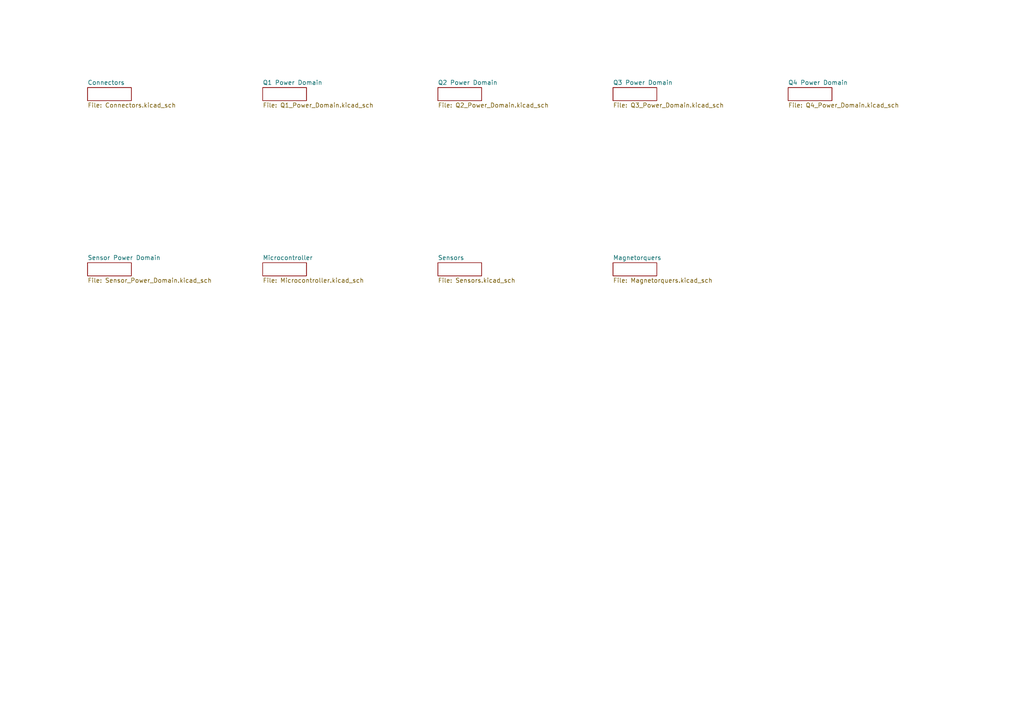
<source format=kicad_sch>
(kicad_sch (version 20211123) (generator eeschema)
  (paper "A4")
  (lib_symbols)
  (sheet (at 25.4 76.2) (size 12.7 3.81)
    (property "Sheet name" "Sensor Power Domain" (at 25.4 75.4884 0) (effects (justify left bottom)))
    (property "Sheet file" "Sensor_Power_Domain.kicad_sch" (at 25.4 80.5946 0) (effects (justify left top)))
  )
  (sheet (at 25.4 25.4) (size 12.7 3.81)
    (property "Sheet name" "Connectors" (at 25.4 24.6884 0) (effects (justify left bottom)))
    (property "Sheet file" "Connectors.kicad_sch" (at 25.4 29.7946 0) (effects (justify left top)))
  )
  (sheet (at 228.6 25.4) (size 12.7 3.81)
    (property "Sheet name" "Q4 Power Domain" (at 228.6 24.6884 0) (effects (justify left bottom)))
    (property "Sheet file" "Q4_Power_Domain.kicad_sch" (at 228.6 29.7946 0) (effects (justify left top)))
  )
  (sheet (at 127 76.2) (size 12.7 3.81)
    (property "Sheet name" "Sensors" (at 127 75.4884 0) (effects (justify left bottom)))
    (property "Sheet file" "Sensors.kicad_sch" (at 127 80.5946 0) (effects (justify left top)))
  )
  (sheet (at 177.8 25.4) (size 12.7 3.81)
    (property "Sheet name" "Q3 Power Domain" (at 177.8 24.6884 0) (effects (justify left bottom)))
    (property "Sheet file" "Q3_Power_Domain.kicad_sch" (at 177.8 29.7946 0) (effects (justify left top)))
  )
  (sheet (at 76.2 76.2) (size 12.7 3.81)
    (property "Sheet name" "Microcontroller" (at 76.2 75.4884 0) (effects (justify left bottom)))
    (property "Sheet file" "Microcontroller.kicad_sch" (at 76.2 80.5946 0) (effects (justify left top)))
  )
  (sheet (at 177.8 76.2) (size 12.7 3.81) (stroke (width 0.1524))
    (property "Sheet name" "Magnetorquers" (at 177.8 75.4884 0) (effects (justify left bottom)))
    (property "Sheet file" "Magnetorquers.kicad_sch" (at 177.8 80.5946 0) (effects (justify left top)))
  )
  (sheet (at 76.2 25.4) (size 12.7 3.81)
    (property "Sheet name" "Q1 Power Domain" (at 76.2 24.6884 0) (effects (justify left bottom)))
    (property "Sheet file" "Q1_Power_Domain.kicad_sch" (at 76.2 29.7946 0) (effects (justify left top)))
  )
  (sheet (at 127 25.4) (size 12.7 3.81)
    (property "Sheet name" "Q2 Power Domain" (at 127 24.6884 0) (effects (justify left bottom)))
    (property "Sheet file" "Q2_Power_Domain.kicad_sch" (at 127 29.7946 0) (effects (justify left top)))
  )
)
</source>
